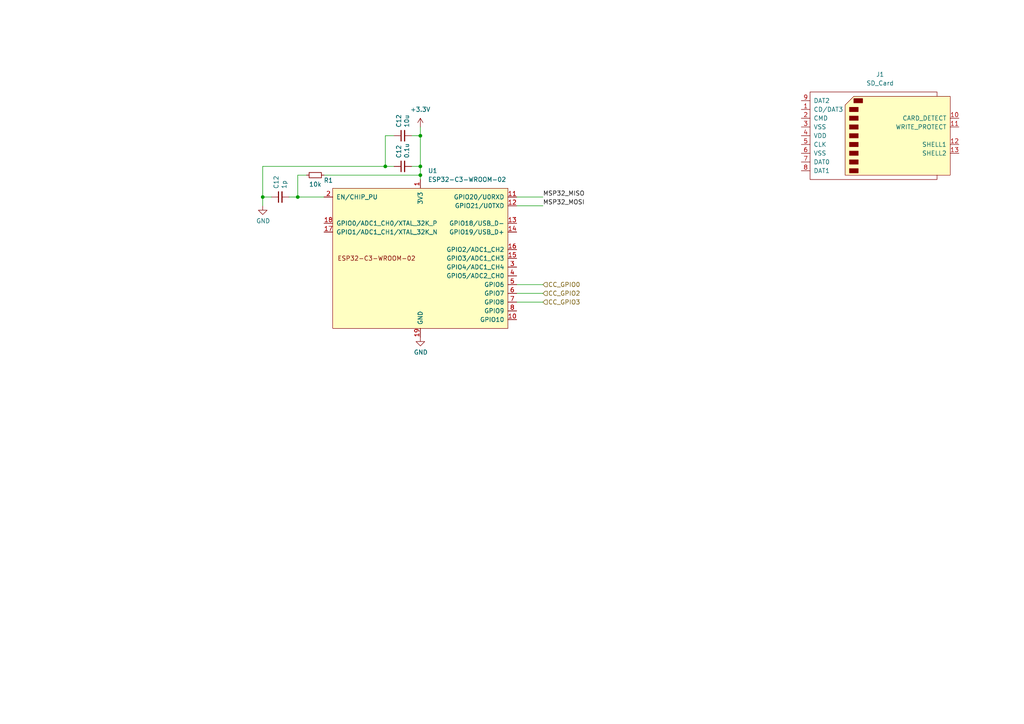
<source format=kicad_sch>
(kicad_sch (version 20230121) (generator eeschema)
  (paper "A4")
  (lib_symbols
    (symbol "Connector:SD_Card" (pin_names (offset 1.016))
      (property "Reference" "J" (at -16.51 13.97 0))
      (property "Value" "SD_Card" (at 15.24 -13.97 0))
      (symbol "SD_Card_0_1"
        (rectangle (start -8.89 -9.525) (end -6.35 -10.795) (fill (type outline)))
        (rectangle (start -8.89 -6.985) (end -6.35 -8.255) (fill (type outline)))
        (rectangle (start -8.89 -4.445) (end -6.35 -5.715) (fill (type outline)))
        (rectangle (start -8.89 -1.905) (end -6.35 -3.175) (fill (type outline)))
        (rectangle (start -8.89 0.635) (end -6.35 -0.635) (fill (type outline)))
        (rectangle (start -8.89 3.175) (end -6.35 1.905) (fill (type outline)))
        (rectangle (start -8.89 5.715) (end -6.35 4.445) (fill (type outline)))
        (rectangle (start -8.89 8.255) (end -6.35 6.985) (fill (type outline)))
        (rectangle (start -7.62 10.795) (end -5.08 9.525) (fill (type outline)))
        (polyline (pts (xy -10.16 8.89) (xy -7.62 11.43) (xy 20.32 11.43) (xy 20.32 -11.43) (xy -10.16 -11.43) (xy -10.16 8.89)) (fill (type background)))
        (polyline (pts (xy 16.51 11.43) (xy 16.51 12.7) (xy -20.32 12.7) (xy -20.32 -12.7) (xy 16.51 -12.7) (xy 16.51 -11.43)))
      )
      (symbol "SD_Card_1_1"
        (pin input line (at -22.86 7.62 0) (length 2.54) (name "CD/DAT3") (number "1"))
        (pin input line (at 22.86 5.08 180) (length 2.54) (name "CARD_DETECT") (number "10"))
        (pin input line (at 22.86 2.54 180) (length 2.54) (name "WRITE_PROTECT") (number "11"))
        (pin input line (at 22.86 -2.54 180) (length 2.54) (name "SHELL1") (number "12"))
        (pin input line (at 22.86 -5.08 180) (length 2.54) (name "SHELL2") (number "13"))
        (pin input line (at -22.86 5.08 0) (length 2.54) (name "CMD") (number "2"))
        (pin power_in line (at -22.86 2.54 0) (length 2.54) (name "VSS") (number "3"))
        (pin power_in line (at -22.86 0 0) (length 2.54) (name "VDD") (number "4"))
        (pin input line (at -22.86 -2.54 0) (length 2.54) (name "CLK") (number "5"))
        (pin power_in line (at -22.86 -5.08 0) (length 2.54) (name "VSS") (number "6"))
        (pin input line (at -22.86 -7.62 0) (length 2.54) (name "DAT0") (number "7"))
        (pin input line (at -22.86 -10.16 0) (length 2.54) (name "DAT1") (number "8"))
        (pin input line (at -22.86 10.16 0) (length 2.54) (name "DAT2") (number "9"))
      )
    )
    (symbol "PCM_Espressif:ESP32-C3-WROOM-02" (pin_names (offset 1.016))
      (property "Reference" "U" (at -25.4 25.4 0))
      (property "Value" "ESP32-C3-WROOM-02" (at -25.4 22.86 0))
      (symbol "ESP32-C3-WROOM-02_0_0"
        (text "ESP32-C3-WROOM-02" (at -12.7 0 0) (effects (font (size 1.27 1.27))))
      )
      (symbol "ESP32-C3-WROOM-02_0_1"
        (rectangle (start 25.4 20.32) (end -25.4 -20.32) (fill (type background)))
      )
      (symbol "ESP32-C3-WROOM-02_1_1"
        (pin power_in line (at 0 22.86 270) (length 2.54) (name "3V3") (number "1"))
        (pin bidirectional line (at 27.94 -17.78 180) (length 2.54) (name "GPIO10") (number "10"))
        (pin bidirectional line (at 27.94 17.78 180) (length 2.54) (name "GPIO20/U0RXD") (number "11"))
        (pin bidirectional line (at 27.94 15.24 180) (length 2.54) (name "GPIO21/U0TXD") (number "12"))
        (pin bidirectional line (at 27.94 10.16 180) (length 2.54) (name "GPIO18/USB_D-") (number "13"))
        (pin bidirectional line (at 27.94 7.62 180) (length 2.54) (name "GPIO19/USB_D+") (number "14"))
        (pin bidirectional line (at 27.94 0 180) (length 2.54) (name "GPIO3/ADC1_CH3") (number "15"))
        (pin bidirectional line (at 27.94 2.54 180) (length 2.54) (name "GPIO2/ADC1_CH2") (number "16"))
        (pin bidirectional line (at -27.94 7.62 0) (length 2.54) (name "GPIO1/ADC1_CH1/XTAL_32K_N") (number "17"))
        (pin bidirectional line (at -27.94 10.16 0) (length 2.54) (name "GPIO0/ADC1_CH0/XTAL_32K_P") (number "18"))
        (pin power_in line (at 0 -22.86 90) (length 2.54) (name "GND") (number "19"))
        (pin input line (at -27.94 17.78 0) (length 2.54) (name "EN/CHIP_PU") (number "2"))
        (pin bidirectional line (at 27.94 -2.54 180) (length 2.54) (name "GPIO4/ADC1_CH4") (number "3"))
        (pin bidirectional line (at 27.94 -5.08 180) (length 2.54) (name "GPIO5/ADC2_CH0") (number "4"))
        (pin bidirectional line (at 27.94 -7.62 180) (length 2.54) (name "GPIO6") (number "5"))
        (pin bidirectional line (at 27.94 -10.16 180) (length 2.54) (name "GPIO7") (number "6"))
        (pin bidirectional line (at 27.94 -12.7 180) (length 2.54) (name "GPIO8") (number "7"))
        (pin bidirectional line (at 27.94 -15.24 180) (length 2.54) (name "GPIO9") (number "8"))
        (pin passive line (at 0 -22.86 90) (length 2.54) hide (name "GND") (number "9"))
      )
    )
    (symbol "pkl_device:pkl_C_Small" (pin_numbers hide) (pin_names (offset 0.254) hide)
      (property "Reference" "C" (at 0.254 1.778 0))
      (property "Value" "pkl_C_Small" (at 0.254 -2.032 0))
      (symbol "pkl_C_Small_0_1"
        (polyline (pts (xy -1.524 -0.508) (xy 1.524 -0.508)) (stroke (width 0.3302)))
        (polyline (pts (xy -1.524 0.508) (xy 1.524 0.508)) (stroke (width 0.3048)))
      )
      (symbol "pkl_C_Small_1_1"
        (pin passive line (at 0 2.54 270) (length 1.905) (name "~") (number "1"))
        (pin passive line (at 0 -2.54 90) (length 2.032) (name "~") (number "2"))
      )
    )
    (symbol "pkl_device:pkl_R_Small" (pin_numbers hide) (pin_names (offset 0.254) hide)
      (property "Reference" "R" (at 0.762 0.508 0))
      (property "Value" "pkl_R_Small" (at 0.762 -1.016 0))
      (symbol "pkl_R_Small_0_1"
        (rectangle (start -0.762 1.778) (end 0.762 -1.778) (stroke (width 0.2032)))
      )
      (symbol "pkl_R_Small_1_1"
        (pin passive line (at 0 2.54 270) (length 0.762) (name "~") (number "1"))
        (pin passive line (at 0 -2.54 90) (length 0.762) (name "~") (number "2"))
      )
    )
    (symbol "power:+3.3V" (power) (pin_names (offset 0))
      (property "Value" "+3.3V" (at 0 3.556 0))
      (symbol "+3.3V_0_1"
        (polyline (pts (xy -0.762 1.27) (xy 0 2.54)))
        (polyline (pts (xy 0 0) (xy 0 2.54)))
        (polyline (pts (xy 0 2.54) (xy 0.762 1.27)))
      )
      (symbol "+3.3V_1_1"
        (pin power_in line (at 0 0 90) (length 0) hide (name "+3.3V") (number "1"))
      )
    )
    (symbol "power:GND" (power) (pin_names (offset 0))
      (property "Value" "GND" (at 0 -3.81 0))
      (symbol "GND_0_1"
        (polyline (pts (xy 0 0) (xy 0 -1.27) (xy 1.27 -1.27) (xy 0 -2.54) (xy -1.27 -1.27) (xy 0 -1.27)))
      )
      (symbol "GND_1_1"
        (pin power_in line (at 0 0 270) (length 0) hide (name "GND") (number "1"))
      )
    )
  )
  (junction (at 111.76 48.26))
  (junction (at 76.2 57.15))
  (junction (at 86.36 57.15))
  (junction (at 121.92 50.8))
  (junction (at 121.92 39.37))
  (junction (at 121.92 48.26))
  (wire (pts (xy 121.92 39.37) (xy 121.92 48.26)))
  (wire (pts (xy 119.38 48.26) (xy 121.92 48.26)))
  (wire (pts (xy 157.48 85.09) (xy 149.86 85.09)))
  (wire (pts (xy 149.86 57.15) (xy 157.48 57.15)))
  (wire (pts (xy 88.9 50.8) (xy 86.36 50.8)))
  (wire (pts (xy 93.98 50.8) (xy 121.92 50.8)))
  (wire (pts (xy 76.2 48.26) (xy 76.2 57.15)))
  (wire (pts (xy 121.92 50.8) (xy 121.92 52.07)))
  (wire (pts (xy 111.76 39.37) (xy 111.76 48.26)))
  (wire (pts (xy 83.82 57.15) (xy 86.36 57.15)))
  (wire (pts (xy 114.3 39.37) (xy 111.76 39.37)))
  (wire (pts (xy 86.36 57.15) (xy 93.98 57.15)))
  (wire (pts (xy 157.48 87.63) (xy 149.86 87.63)))
  (wire (pts (xy 114.3 48.26) (xy 111.76 48.26)))
  (wire (pts (xy 149.86 59.69) (xy 157.48 59.69)))
  (wire (pts (xy 121.92 48.26) (xy 121.92 50.8)))
  (wire (pts (xy 111.76 48.26) (xy 76.2 48.26)))
  (wire (pts (xy 76.2 57.15) (xy 76.2 59.69)))
  (wire (pts (xy 119.38 39.37) (xy 121.92 39.37)))
  (wire (pts (xy 121.92 36.83) (xy 121.92 39.37)))
  (wire (pts (xy 86.36 50.8) (xy 86.36 57.15)))
  (wire (pts (xy 76.2 57.15) (xy 78.74 57.15)))
  (wire (pts (xy 157.48 82.55) (xy 149.86 82.55)))
  (label "MSP32_MISO" (at 157.48 57.15 0))
  (label "MSP32_MOSI" (at 157.48 59.69 0))
  (hierarchical_label "CC_GPIO2" (shape input) (at 157.48 85.09 0))
  (hierarchical_label "CC_GPIO0" (shape input) (at 157.48 82.55 0))
  (hierarchical_label "CC_GPIO3" (shape input) (at 157.48 87.63 0))
  (symbol (lib_id "power:+3.3V") (at 121.92 36.83 0) (unit 1)
    (property "Reference" "#PWR025" (effects hide))
    (property "Value" "+3.3V" (at 121.92 31.75 0))
  )
  (symbol (lib_id "Connector:SD_Card") (at 255.27 39.37 0) (unit 1)
    (property "Reference" "J1" (at 255.27 21.59 0))
    (property "Value" "SD_Card" (at 255.27 24.13 0))
    (property "Footprint" "Connector_Card:microSD_HC_Hirose_DM3AT-SF-PEJM5" (effects hide))
    (property "Datasheet" "http://portal.fciconnect.com/Comergent//fci/drawing/10067847.pdf" (effects hide))
  )
  (symbol (lib_id "pkl_device:pkl_C_Small") (at 116.84 48.26 90) (unit 1)
    (property "Reference" "C12" (at 115.6716 45.9232 0) (effects (justify left)))
    (property "Value" "0.1u" (at 117.983 45.9232 0) (effects (justify left)))
    (property "Footprint" "Capacitor_SMD:C_0402_1005Metric" (effects hide))
    (instances (project "Cobalt-Cowboy" (path "" (reference "C12") (unit 1)) (path "" (reference "C29") (unit 1))) (project "Mini17" (path "" (reference "C11") (unit 1))))
  )
  (symbol (lib_id "pkl_device:pkl_C_Small") (at 116.84 39.37 90) (unit 1)
    (property "Reference" "C12" (at 115.6716 37.0332 0) (effects (justify left)))
    (property "Value" "10u" (at 117.983 37.0332 0) (effects (justify left)))
    (property "Footprint" "Capacitor_SMD:C_0402_1005Metric" (effects hide))
    (instances (project "Cobalt-Cowboy" (path "" (reference "C12") (unit 1)) (path "" (reference "C30") (unit 1))) (project "Mini17" (path "" (reference "C11") (unit 1))))
  )
  (symbol (lib_id "pkl_device:pkl_C_Small") (at 81.28 57.15 90) (unit 1)
    (property "Reference" "C12" (at 80.1116 54.8132 0) (effects (justify left)))
    (property "Value" "1p" (at 82.423 54.8132 0) (effects (justify left)))
    (property "Footprint" "Capacitor_SMD:C_0402_1005Metric" (effects hide))
    (instances (project "Cobalt-Cowboy" (path "" (reference "C12") (unit 1)) (path "" (reference "C28") (unit 1))) (project "Mini17" (path "" (reference "C11") (unit 1))))
  )
  (symbol (lib_id "pkl_device:pkl_R_Small") (at 91.44 50.8 90) (unit 1)
    (property "Reference" "R1" (at 95.25 52.324 90))
    (property "Value" "10k" (at 91.44 53.467 90))
    (property "Footprint" "Resistor_SMD:R_0402_1005Metric" (effects hide))
    (instances (project "Cobalt-Cowboy" (path "" (reference "R1") (unit 1)) (path "" (reference "R3") (unit 1))) (project "Mini17" (path "" (reference "R4") (unit 1))))
  )
  (symbol (lib_id "power:GND") (at 76.2 59.69 0) (unit 1)
    (property "Reference" "#PWR016" (effects hide))
    (property "Value" "GND" (at 76.327 64.0842 0))
    (instances (project "Cobalt-Cowboy" (path "" (reference "#PWR016") (unit 1)) (path "" (reference "#PWR041") (unit 1))) (project "Mini17" (path "" (reference "#PWR022") (unit 1))))
  )
  (symbol (lib_id "power:GND") (at 121.92 97.79 0) (unit 1)
    (property "Reference" "#PWR017" (effects hide))
    (property "Value" "GND" (at 122.047 102.1842 0))
    (instances (project "Cobalt-Cowboy" (path "" (reference "#PWR017") (unit 1)) (path "" (reference "#PWR026") (unit 1))) (project "Mini17" (path "" (reference "#PWR035") (unit 1))))
  )
  (symbol (lib_id "PCM_Espressif:ESP32-C3-WROOM-02") (at 121.92 74.93 0) (unit 1)
    (property "Reference" "U1" (at 124.1141 49.53 0) (effects (justify left)))
    (property "Value" "ESP32-C3-WROOM-02" (at 124.1141 52.07 0) (effects (justify left)))
    (property "Footprint" "PCM_Espressif:ESP32-C3-WROOM-02" (effects hide))
    (property "Datasheet" "https://www.espressif.com/sites/default/files/documentation/esp32-c3-wroom-02_datasheet_en.pdf" (effects hide))
  )
)
</source>
